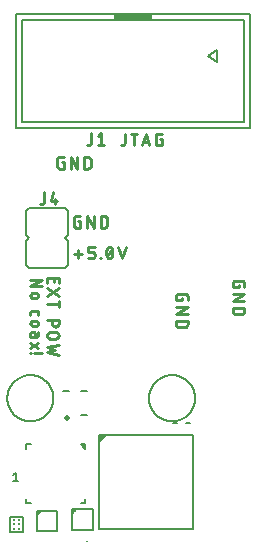
<source format=gto>
G75*
%MOIN*%
%OFA0B0*%
%FSLAX25Y25*%
%IPPOS*%
%LPD*%
%AMOC8*
5,1,8,0,0,1.08239X$1,22.5*
%
%ADD10C,0.00787*%
%ADD11C,0.00600*%
%ADD12C,0.00900*%
%ADD13C,0.00500*%
%ADD14C,0.01969*%
%ADD15R,0.12000X0.02000*%
%ADD16C,0.01197*%
D10*
X0166691Y0119457D02*
X0166693Y0119646D01*
X0166700Y0119834D01*
X0166712Y0120022D01*
X0166728Y0120210D01*
X0166749Y0120398D01*
X0166774Y0120585D01*
X0166804Y0120771D01*
X0166839Y0120957D01*
X0166878Y0121141D01*
X0166921Y0121325D01*
X0166969Y0121507D01*
X0167022Y0121688D01*
X0167079Y0121868D01*
X0167140Y0122047D01*
X0167206Y0122224D01*
X0167276Y0122399D01*
X0167350Y0122572D01*
X0167429Y0122744D01*
X0167512Y0122913D01*
X0167599Y0123081D01*
X0167690Y0123246D01*
X0167785Y0123409D01*
X0167884Y0123570D01*
X0167986Y0123728D01*
X0168093Y0123883D01*
X0168204Y0124036D01*
X0168318Y0124186D01*
X0168436Y0124334D01*
X0168557Y0124478D01*
X0168682Y0124619D01*
X0168811Y0124757D01*
X0168942Y0124893D01*
X0169078Y0125024D01*
X0169216Y0125153D01*
X0169357Y0125278D01*
X0169501Y0125399D01*
X0169649Y0125517D01*
X0169799Y0125631D01*
X0169952Y0125742D01*
X0170107Y0125849D01*
X0170265Y0125951D01*
X0170426Y0126050D01*
X0170589Y0126145D01*
X0170754Y0126236D01*
X0170922Y0126323D01*
X0171091Y0126406D01*
X0171263Y0126485D01*
X0171436Y0126559D01*
X0171611Y0126629D01*
X0171788Y0126695D01*
X0171967Y0126756D01*
X0172147Y0126813D01*
X0172328Y0126866D01*
X0172510Y0126914D01*
X0172694Y0126957D01*
X0172878Y0126996D01*
X0173064Y0127031D01*
X0173250Y0127061D01*
X0173437Y0127086D01*
X0173625Y0127107D01*
X0173813Y0127123D01*
X0174001Y0127135D01*
X0174189Y0127142D01*
X0174378Y0127144D01*
X0174567Y0127142D01*
X0174755Y0127135D01*
X0174943Y0127123D01*
X0175131Y0127107D01*
X0175319Y0127086D01*
X0175506Y0127061D01*
X0175692Y0127031D01*
X0175878Y0126996D01*
X0176062Y0126957D01*
X0176246Y0126914D01*
X0176428Y0126866D01*
X0176609Y0126813D01*
X0176789Y0126756D01*
X0176968Y0126695D01*
X0177145Y0126629D01*
X0177320Y0126559D01*
X0177493Y0126485D01*
X0177665Y0126406D01*
X0177834Y0126323D01*
X0178002Y0126236D01*
X0178167Y0126145D01*
X0178330Y0126050D01*
X0178491Y0125951D01*
X0178649Y0125849D01*
X0178804Y0125742D01*
X0178957Y0125631D01*
X0179107Y0125517D01*
X0179255Y0125399D01*
X0179399Y0125278D01*
X0179540Y0125153D01*
X0179678Y0125024D01*
X0179814Y0124893D01*
X0179945Y0124757D01*
X0180074Y0124619D01*
X0180199Y0124478D01*
X0180320Y0124334D01*
X0180438Y0124186D01*
X0180552Y0124036D01*
X0180663Y0123883D01*
X0180770Y0123728D01*
X0180872Y0123570D01*
X0180971Y0123409D01*
X0181066Y0123246D01*
X0181157Y0123081D01*
X0181244Y0122913D01*
X0181327Y0122744D01*
X0181406Y0122572D01*
X0181480Y0122399D01*
X0181550Y0122224D01*
X0181616Y0122047D01*
X0181677Y0121868D01*
X0181734Y0121688D01*
X0181787Y0121507D01*
X0181835Y0121325D01*
X0181878Y0121141D01*
X0181917Y0120957D01*
X0181952Y0120771D01*
X0181982Y0120585D01*
X0182007Y0120398D01*
X0182028Y0120210D01*
X0182044Y0120022D01*
X0182056Y0119834D01*
X0182063Y0119646D01*
X0182065Y0119457D01*
X0182063Y0119268D01*
X0182056Y0119080D01*
X0182044Y0118892D01*
X0182028Y0118704D01*
X0182007Y0118516D01*
X0181982Y0118329D01*
X0181952Y0118143D01*
X0181917Y0117957D01*
X0181878Y0117773D01*
X0181835Y0117589D01*
X0181787Y0117407D01*
X0181734Y0117226D01*
X0181677Y0117046D01*
X0181616Y0116867D01*
X0181550Y0116690D01*
X0181480Y0116515D01*
X0181406Y0116342D01*
X0181327Y0116170D01*
X0181244Y0116001D01*
X0181157Y0115833D01*
X0181066Y0115668D01*
X0180971Y0115505D01*
X0180872Y0115344D01*
X0180770Y0115186D01*
X0180663Y0115031D01*
X0180552Y0114878D01*
X0180438Y0114728D01*
X0180320Y0114580D01*
X0180199Y0114436D01*
X0180074Y0114295D01*
X0179945Y0114157D01*
X0179814Y0114021D01*
X0179678Y0113890D01*
X0179540Y0113761D01*
X0179399Y0113636D01*
X0179255Y0113515D01*
X0179107Y0113397D01*
X0178957Y0113283D01*
X0178804Y0113172D01*
X0178649Y0113065D01*
X0178491Y0112963D01*
X0178330Y0112864D01*
X0178167Y0112769D01*
X0178002Y0112678D01*
X0177834Y0112591D01*
X0177665Y0112508D01*
X0177493Y0112429D01*
X0177320Y0112355D01*
X0177145Y0112285D01*
X0176968Y0112219D01*
X0176789Y0112158D01*
X0176609Y0112101D01*
X0176428Y0112048D01*
X0176246Y0112000D01*
X0176062Y0111957D01*
X0175878Y0111918D01*
X0175692Y0111883D01*
X0175506Y0111853D01*
X0175319Y0111828D01*
X0175131Y0111807D01*
X0174943Y0111791D01*
X0174755Y0111779D01*
X0174567Y0111772D01*
X0174378Y0111770D01*
X0174189Y0111772D01*
X0174001Y0111779D01*
X0173813Y0111791D01*
X0173625Y0111807D01*
X0173437Y0111828D01*
X0173250Y0111853D01*
X0173064Y0111883D01*
X0172878Y0111918D01*
X0172694Y0111957D01*
X0172510Y0112000D01*
X0172328Y0112048D01*
X0172147Y0112101D01*
X0171967Y0112158D01*
X0171788Y0112219D01*
X0171611Y0112285D01*
X0171436Y0112355D01*
X0171263Y0112429D01*
X0171091Y0112508D01*
X0170922Y0112591D01*
X0170754Y0112678D01*
X0170589Y0112769D01*
X0170426Y0112864D01*
X0170265Y0112963D01*
X0170107Y0113065D01*
X0169952Y0113172D01*
X0169799Y0113283D01*
X0169649Y0113397D01*
X0169501Y0113515D01*
X0169357Y0113636D01*
X0169216Y0113761D01*
X0169078Y0113890D01*
X0168942Y0114021D01*
X0168811Y0114157D01*
X0168682Y0114295D01*
X0168557Y0114436D01*
X0168436Y0114580D01*
X0168318Y0114728D01*
X0168204Y0114878D01*
X0168093Y0115031D01*
X0167986Y0115186D01*
X0167884Y0115344D01*
X0167785Y0115505D01*
X0167690Y0115668D01*
X0167599Y0115833D01*
X0167512Y0116001D01*
X0167429Y0116170D01*
X0167350Y0116342D01*
X0167276Y0116515D01*
X0167206Y0116690D01*
X0167140Y0116867D01*
X0167079Y0117046D01*
X0167022Y0117226D01*
X0166969Y0117407D01*
X0166921Y0117589D01*
X0166878Y0117773D01*
X0166839Y0117957D01*
X0166804Y0118143D01*
X0166774Y0118329D01*
X0166749Y0118516D01*
X0166728Y0118704D01*
X0166712Y0118892D01*
X0166700Y0119080D01*
X0166693Y0119268D01*
X0166691Y0119457D01*
X0213935Y0119457D02*
X0213937Y0119646D01*
X0213944Y0119834D01*
X0213956Y0120022D01*
X0213972Y0120210D01*
X0213993Y0120398D01*
X0214018Y0120585D01*
X0214048Y0120771D01*
X0214083Y0120957D01*
X0214122Y0121141D01*
X0214165Y0121325D01*
X0214213Y0121507D01*
X0214266Y0121688D01*
X0214323Y0121868D01*
X0214384Y0122047D01*
X0214450Y0122224D01*
X0214520Y0122399D01*
X0214594Y0122572D01*
X0214673Y0122744D01*
X0214756Y0122913D01*
X0214843Y0123081D01*
X0214934Y0123246D01*
X0215029Y0123409D01*
X0215128Y0123570D01*
X0215230Y0123728D01*
X0215337Y0123883D01*
X0215448Y0124036D01*
X0215562Y0124186D01*
X0215680Y0124334D01*
X0215801Y0124478D01*
X0215926Y0124619D01*
X0216055Y0124757D01*
X0216186Y0124893D01*
X0216322Y0125024D01*
X0216460Y0125153D01*
X0216601Y0125278D01*
X0216745Y0125399D01*
X0216893Y0125517D01*
X0217043Y0125631D01*
X0217196Y0125742D01*
X0217351Y0125849D01*
X0217509Y0125951D01*
X0217670Y0126050D01*
X0217833Y0126145D01*
X0217998Y0126236D01*
X0218166Y0126323D01*
X0218335Y0126406D01*
X0218507Y0126485D01*
X0218680Y0126559D01*
X0218855Y0126629D01*
X0219032Y0126695D01*
X0219211Y0126756D01*
X0219391Y0126813D01*
X0219572Y0126866D01*
X0219754Y0126914D01*
X0219938Y0126957D01*
X0220122Y0126996D01*
X0220308Y0127031D01*
X0220494Y0127061D01*
X0220681Y0127086D01*
X0220869Y0127107D01*
X0221057Y0127123D01*
X0221245Y0127135D01*
X0221433Y0127142D01*
X0221622Y0127144D01*
X0221811Y0127142D01*
X0221999Y0127135D01*
X0222187Y0127123D01*
X0222375Y0127107D01*
X0222563Y0127086D01*
X0222750Y0127061D01*
X0222936Y0127031D01*
X0223122Y0126996D01*
X0223306Y0126957D01*
X0223490Y0126914D01*
X0223672Y0126866D01*
X0223853Y0126813D01*
X0224033Y0126756D01*
X0224212Y0126695D01*
X0224389Y0126629D01*
X0224564Y0126559D01*
X0224737Y0126485D01*
X0224909Y0126406D01*
X0225078Y0126323D01*
X0225246Y0126236D01*
X0225411Y0126145D01*
X0225574Y0126050D01*
X0225735Y0125951D01*
X0225893Y0125849D01*
X0226048Y0125742D01*
X0226201Y0125631D01*
X0226351Y0125517D01*
X0226499Y0125399D01*
X0226643Y0125278D01*
X0226784Y0125153D01*
X0226922Y0125024D01*
X0227058Y0124893D01*
X0227189Y0124757D01*
X0227318Y0124619D01*
X0227443Y0124478D01*
X0227564Y0124334D01*
X0227682Y0124186D01*
X0227796Y0124036D01*
X0227907Y0123883D01*
X0228014Y0123728D01*
X0228116Y0123570D01*
X0228215Y0123409D01*
X0228310Y0123246D01*
X0228401Y0123081D01*
X0228488Y0122913D01*
X0228571Y0122744D01*
X0228650Y0122572D01*
X0228724Y0122399D01*
X0228794Y0122224D01*
X0228860Y0122047D01*
X0228921Y0121868D01*
X0228978Y0121688D01*
X0229031Y0121507D01*
X0229079Y0121325D01*
X0229122Y0121141D01*
X0229161Y0120957D01*
X0229196Y0120771D01*
X0229226Y0120585D01*
X0229251Y0120398D01*
X0229272Y0120210D01*
X0229288Y0120022D01*
X0229300Y0119834D01*
X0229307Y0119646D01*
X0229309Y0119457D01*
X0229307Y0119268D01*
X0229300Y0119080D01*
X0229288Y0118892D01*
X0229272Y0118704D01*
X0229251Y0118516D01*
X0229226Y0118329D01*
X0229196Y0118143D01*
X0229161Y0117957D01*
X0229122Y0117773D01*
X0229079Y0117589D01*
X0229031Y0117407D01*
X0228978Y0117226D01*
X0228921Y0117046D01*
X0228860Y0116867D01*
X0228794Y0116690D01*
X0228724Y0116515D01*
X0228650Y0116342D01*
X0228571Y0116170D01*
X0228488Y0116001D01*
X0228401Y0115833D01*
X0228310Y0115668D01*
X0228215Y0115505D01*
X0228116Y0115344D01*
X0228014Y0115186D01*
X0227907Y0115031D01*
X0227796Y0114878D01*
X0227682Y0114728D01*
X0227564Y0114580D01*
X0227443Y0114436D01*
X0227318Y0114295D01*
X0227189Y0114157D01*
X0227058Y0114021D01*
X0226922Y0113890D01*
X0226784Y0113761D01*
X0226643Y0113636D01*
X0226499Y0113515D01*
X0226351Y0113397D01*
X0226201Y0113283D01*
X0226048Y0113172D01*
X0225893Y0113065D01*
X0225735Y0112963D01*
X0225574Y0112864D01*
X0225411Y0112769D01*
X0225246Y0112678D01*
X0225078Y0112591D01*
X0224909Y0112508D01*
X0224737Y0112429D01*
X0224564Y0112355D01*
X0224389Y0112285D01*
X0224212Y0112219D01*
X0224033Y0112158D01*
X0223853Y0112101D01*
X0223672Y0112048D01*
X0223490Y0112000D01*
X0223306Y0111957D01*
X0223122Y0111918D01*
X0222936Y0111883D01*
X0222750Y0111853D01*
X0222563Y0111828D01*
X0222375Y0111807D01*
X0222187Y0111791D01*
X0221999Y0111779D01*
X0221811Y0111772D01*
X0221622Y0111770D01*
X0221433Y0111772D01*
X0221245Y0111779D01*
X0221057Y0111791D01*
X0220869Y0111807D01*
X0220681Y0111828D01*
X0220494Y0111853D01*
X0220308Y0111883D01*
X0220122Y0111918D01*
X0219938Y0111957D01*
X0219754Y0112000D01*
X0219572Y0112048D01*
X0219391Y0112101D01*
X0219211Y0112158D01*
X0219032Y0112219D01*
X0218855Y0112285D01*
X0218680Y0112355D01*
X0218507Y0112429D01*
X0218335Y0112508D01*
X0218166Y0112591D01*
X0217998Y0112678D01*
X0217833Y0112769D01*
X0217670Y0112864D01*
X0217509Y0112963D01*
X0217351Y0113065D01*
X0217196Y0113172D01*
X0217043Y0113283D01*
X0216893Y0113397D01*
X0216745Y0113515D01*
X0216601Y0113636D01*
X0216460Y0113761D01*
X0216322Y0113890D01*
X0216186Y0114021D01*
X0216055Y0114157D01*
X0215926Y0114295D01*
X0215801Y0114436D01*
X0215680Y0114580D01*
X0215562Y0114728D01*
X0215448Y0114878D01*
X0215337Y0115031D01*
X0215230Y0115186D01*
X0215128Y0115344D01*
X0215029Y0115505D01*
X0214934Y0115668D01*
X0214843Y0115833D01*
X0214756Y0116001D01*
X0214673Y0116170D01*
X0214594Y0116342D01*
X0214520Y0116515D01*
X0214450Y0116690D01*
X0214384Y0116867D01*
X0214323Y0117046D01*
X0214266Y0117226D01*
X0214213Y0117407D01*
X0214165Y0117589D01*
X0214122Y0117773D01*
X0214083Y0117957D01*
X0214048Y0118143D01*
X0214018Y0118329D01*
X0213993Y0118516D01*
X0213972Y0118704D01*
X0213956Y0118892D01*
X0213944Y0119080D01*
X0213937Y0119268D01*
X0213935Y0119457D01*
D11*
X0169457Y0094472D02*
X0169457Y0091922D01*
X0168749Y0091922D02*
X0170165Y0091922D01*
X0168749Y0093905D02*
X0169457Y0094472D01*
X0173890Y0162882D02*
X0172890Y0163882D01*
X0172890Y0171882D01*
X0173890Y0172882D01*
X0172890Y0173882D01*
X0172890Y0181882D01*
X0173890Y0182882D01*
X0185890Y0182882D01*
X0186890Y0181882D01*
X0186890Y0173882D01*
X0185890Y0172882D01*
X0186890Y0171882D01*
X0186890Y0163882D01*
X0185890Y0162882D01*
X0173890Y0162882D01*
D12*
X0174403Y0158829D02*
X0178228Y0158829D01*
X0174403Y0156704D01*
X0178228Y0156704D01*
X0179978Y0156089D02*
X0183802Y0153540D01*
X0183802Y0151908D02*
X0183802Y0149784D01*
X0183802Y0150846D02*
X0179978Y0150846D01*
X0179978Y0153540D02*
X0183802Y0156089D01*
X0183802Y0157706D02*
X0183802Y0159406D01*
X0179978Y0159406D01*
X0179978Y0157706D01*
X0182103Y0158131D02*
X0182103Y0159406D01*
X0176103Y0154506D02*
X0175253Y0154506D01*
X0175196Y0154504D01*
X0175140Y0154498D01*
X0175084Y0154489D01*
X0175028Y0154476D01*
X0174974Y0154459D01*
X0174921Y0154439D01*
X0174870Y0154415D01*
X0174820Y0154387D01*
X0174772Y0154357D01*
X0174726Y0154323D01*
X0174683Y0154286D01*
X0174642Y0154247D01*
X0174604Y0154205D01*
X0174569Y0154160D01*
X0174537Y0154113D01*
X0174508Y0154064D01*
X0174482Y0154014D01*
X0174460Y0153961D01*
X0174441Y0153908D01*
X0174426Y0153853D01*
X0174415Y0153797D01*
X0174407Y0153741D01*
X0174403Y0153684D01*
X0174403Y0153628D01*
X0174407Y0153571D01*
X0174415Y0153515D01*
X0174426Y0153459D01*
X0174441Y0153404D01*
X0174460Y0153351D01*
X0174482Y0153298D01*
X0174508Y0153248D01*
X0174537Y0153199D01*
X0174569Y0153152D01*
X0174604Y0153107D01*
X0174642Y0153065D01*
X0174683Y0153026D01*
X0174726Y0152989D01*
X0174772Y0152955D01*
X0174820Y0152925D01*
X0174870Y0152897D01*
X0174921Y0152873D01*
X0174974Y0152853D01*
X0175028Y0152836D01*
X0175084Y0152823D01*
X0175140Y0152814D01*
X0175196Y0152808D01*
X0175253Y0152806D01*
X0176103Y0152806D01*
X0176160Y0152808D01*
X0176216Y0152814D01*
X0176272Y0152823D01*
X0176328Y0152836D01*
X0176382Y0152853D01*
X0176435Y0152873D01*
X0176486Y0152897D01*
X0176536Y0152925D01*
X0176584Y0152955D01*
X0176630Y0152989D01*
X0176673Y0153026D01*
X0176714Y0153065D01*
X0176752Y0153107D01*
X0176787Y0153152D01*
X0176819Y0153199D01*
X0176848Y0153248D01*
X0176874Y0153298D01*
X0176896Y0153351D01*
X0176915Y0153404D01*
X0176930Y0153459D01*
X0176941Y0153515D01*
X0176949Y0153571D01*
X0176953Y0153628D01*
X0176953Y0153684D01*
X0176949Y0153741D01*
X0176941Y0153797D01*
X0176930Y0153853D01*
X0176915Y0153908D01*
X0176896Y0153961D01*
X0176874Y0154014D01*
X0176848Y0154064D01*
X0176819Y0154113D01*
X0176787Y0154160D01*
X0176752Y0154205D01*
X0176714Y0154247D01*
X0176673Y0154286D01*
X0176630Y0154323D01*
X0176584Y0154357D01*
X0176536Y0154387D01*
X0176486Y0154415D01*
X0176435Y0154439D01*
X0176382Y0154459D01*
X0176328Y0154476D01*
X0176272Y0154489D01*
X0176216Y0154498D01*
X0176160Y0154504D01*
X0176103Y0154506D01*
X0176315Y0148545D02*
X0175041Y0148545D01*
X0174993Y0148543D01*
X0174946Y0148538D01*
X0174899Y0148529D01*
X0174853Y0148517D01*
X0174808Y0148501D01*
X0174765Y0148482D01*
X0174723Y0148460D01*
X0174682Y0148434D01*
X0174644Y0148406D01*
X0174608Y0148375D01*
X0174574Y0148341D01*
X0174543Y0148305D01*
X0174515Y0148267D01*
X0174489Y0148227D01*
X0174467Y0148184D01*
X0174448Y0148141D01*
X0174432Y0148096D01*
X0174420Y0148050D01*
X0174411Y0148003D01*
X0174406Y0147956D01*
X0174404Y0147908D01*
X0174403Y0147908D02*
X0174403Y0147058D01*
X0175253Y0145293D02*
X0176103Y0145293D01*
X0176103Y0145294D02*
X0176160Y0145292D01*
X0176216Y0145286D01*
X0176272Y0145277D01*
X0176328Y0145264D01*
X0176382Y0145247D01*
X0176435Y0145227D01*
X0176486Y0145203D01*
X0176536Y0145175D01*
X0176584Y0145145D01*
X0176630Y0145111D01*
X0176673Y0145074D01*
X0176714Y0145035D01*
X0176752Y0144993D01*
X0176787Y0144948D01*
X0176819Y0144901D01*
X0176848Y0144852D01*
X0176874Y0144802D01*
X0176896Y0144749D01*
X0176915Y0144696D01*
X0176930Y0144641D01*
X0176941Y0144585D01*
X0176949Y0144529D01*
X0176953Y0144472D01*
X0176953Y0144416D01*
X0176949Y0144359D01*
X0176941Y0144303D01*
X0176930Y0144247D01*
X0176915Y0144192D01*
X0176896Y0144139D01*
X0176874Y0144086D01*
X0176848Y0144036D01*
X0176819Y0143987D01*
X0176787Y0143940D01*
X0176752Y0143895D01*
X0176714Y0143853D01*
X0176673Y0143814D01*
X0176630Y0143777D01*
X0176584Y0143743D01*
X0176536Y0143713D01*
X0176486Y0143685D01*
X0176435Y0143661D01*
X0176382Y0143641D01*
X0176328Y0143624D01*
X0176272Y0143611D01*
X0176216Y0143602D01*
X0176160Y0143596D01*
X0176103Y0143594D01*
X0175253Y0143594D01*
X0175196Y0143596D01*
X0175140Y0143602D01*
X0175084Y0143611D01*
X0175028Y0143624D01*
X0174974Y0143641D01*
X0174921Y0143661D01*
X0174870Y0143685D01*
X0174820Y0143713D01*
X0174772Y0143743D01*
X0174726Y0143777D01*
X0174683Y0143814D01*
X0174642Y0143853D01*
X0174604Y0143895D01*
X0174569Y0143940D01*
X0174537Y0143987D01*
X0174508Y0144036D01*
X0174482Y0144086D01*
X0174460Y0144139D01*
X0174441Y0144192D01*
X0174426Y0144247D01*
X0174415Y0144303D01*
X0174407Y0144359D01*
X0174403Y0144416D01*
X0174403Y0144472D01*
X0174407Y0144529D01*
X0174415Y0144585D01*
X0174426Y0144641D01*
X0174441Y0144696D01*
X0174460Y0144749D01*
X0174482Y0144802D01*
X0174508Y0144852D01*
X0174537Y0144901D01*
X0174569Y0144948D01*
X0174604Y0144993D01*
X0174642Y0145035D01*
X0174683Y0145074D01*
X0174726Y0145111D01*
X0174772Y0145145D01*
X0174820Y0145175D01*
X0174870Y0145203D01*
X0174921Y0145227D01*
X0174974Y0145247D01*
X0175028Y0145264D01*
X0175084Y0145277D01*
X0175140Y0145286D01*
X0175196Y0145292D01*
X0175253Y0145294D01*
X0176953Y0147058D02*
X0176953Y0147908D01*
X0176952Y0147908D02*
X0176950Y0147956D01*
X0176945Y0148003D01*
X0176936Y0148050D01*
X0176924Y0148096D01*
X0176908Y0148141D01*
X0176889Y0148184D01*
X0176867Y0148227D01*
X0176841Y0148267D01*
X0176813Y0148305D01*
X0176782Y0148341D01*
X0176748Y0148375D01*
X0176712Y0148406D01*
X0176674Y0148434D01*
X0176634Y0148460D01*
X0176591Y0148482D01*
X0176548Y0148501D01*
X0176503Y0148517D01*
X0176457Y0148529D01*
X0176410Y0148538D01*
X0176363Y0148543D01*
X0176315Y0148545D01*
X0179978Y0145424D02*
X0183802Y0145424D01*
X0183802Y0144361D01*
X0183800Y0144297D01*
X0183794Y0144233D01*
X0183785Y0144170D01*
X0183771Y0144107D01*
X0183754Y0144045D01*
X0183733Y0143984D01*
X0183708Y0143925D01*
X0183680Y0143867D01*
X0183649Y0143812D01*
X0183614Y0143758D01*
X0183576Y0143706D01*
X0183535Y0143657D01*
X0183491Y0143610D01*
X0183444Y0143566D01*
X0183395Y0143525D01*
X0183343Y0143487D01*
X0183289Y0143452D01*
X0183234Y0143421D01*
X0183176Y0143393D01*
X0183117Y0143368D01*
X0183056Y0143347D01*
X0182994Y0143330D01*
X0182931Y0143316D01*
X0182868Y0143307D01*
X0182804Y0143301D01*
X0182740Y0143299D01*
X0182676Y0143301D01*
X0182612Y0143307D01*
X0182549Y0143316D01*
X0182486Y0143330D01*
X0182424Y0143347D01*
X0182363Y0143368D01*
X0182304Y0143393D01*
X0182246Y0143421D01*
X0182191Y0143452D01*
X0182137Y0143487D01*
X0182085Y0143525D01*
X0182036Y0143566D01*
X0181989Y0143610D01*
X0181945Y0143657D01*
X0181904Y0143706D01*
X0181866Y0143758D01*
X0181831Y0143812D01*
X0181800Y0143867D01*
X0181772Y0143925D01*
X0181747Y0143984D01*
X0181726Y0144045D01*
X0181709Y0144107D01*
X0181695Y0144170D01*
X0181686Y0144233D01*
X0181680Y0144297D01*
X0181678Y0144361D01*
X0181678Y0145424D01*
X0181040Y0141420D02*
X0182740Y0141420D01*
X0182804Y0141418D01*
X0182868Y0141412D01*
X0182931Y0141403D01*
X0182994Y0141389D01*
X0183056Y0141372D01*
X0183117Y0141351D01*
X0183176Y0141326D01*
X0183234Y0141298D01*
X0183289Y0141267D01*
X0183343Y0141232D01*
X0183395Y0141194D01*
X0183444Y0141153D01*
X0183491Y0141109D01*
X0183535Y0141062D01*
X0183576Y0141013D01*
X0183614Y0140961D01*
X0183649Y0140907D01*
X0183680Y0140852D01*
X0183708Y0140794D01*
X0183733Y0140735D01*
X0183754Y0140674D01*
X0183771Y0140612D01*
X0183785Y0140549D01*
X0183794Y0140486D01*
X0183800Y0140422D01*
X0183802Y0140358D01*
X0183800Y0140294D01*
X0183794Y0140230D01*
X0183785Y0140167D01*
X0183771Y0140104D01*
X0183754Y0140042D01*
X0183733Y0139981D01*
X0183708Y0139922D01*
X0183680Y0139864D01*
X0183649Y0139809D01*
X0183614Y0139755D01*
X0183576Y0139703D01*
X0183535Y0139654D01*
X0183491Y0139607D01*
X0183444Y0139563D01*
X0183395Y0139522D01*
X0183343Y0139484D01*
X0183289Y0139449D01*
X0183234Y0139418D01*
X0183176Y0139390D01*
X0183117Y0139365D01*
X0183056Y0139344D01*
X0182994Y0139327D01*
X0182931Y0139313D01*
X0182868Y0139304D01*
X0182804Y0139298D01*
X0182740Y0139296D01*
X0182740Y0139295D02*
X0181040Y0139295D01*
X0181040Y0139296D02*
X0180976Y0139298D01*
X0180912Y0139304D01*
X0180849Y0139313D01*
X0180786Y0139327D01*
X0180724Y0139344D01*
X0180663Y0139365D01*
X0180604Y0139390D01*
X0180546Y0139418D01*
X0180491Y0139449D01*
X0180437Y0139484D01*
X0180385Y0139522D01*
X0180336Y0139563D01*
X0180289Y0139607D01*
X0180245Y0139654D01*
X0180204Y0139703D01*
X0180166Y0139755D01*
X0180131Y0139809D01*
X0180100Y0139864D01*
X0180072Y0139922D01*
X0180047Y0139981D01*
X0180026Y0140042D01*
X0180009Y0140104D01*
X0179995Y0140167D01*
X0179986Y0140230D01*
X0179980Y0140294D01*
X0179978Y0140358D01*
X0179980Y0140422D01*
X0179986Y0140486D01*
X0179995Y0140549D01*
X0180009Y0140612D01*
X0180026Y0140674D01*
X0180047Y0140735D01*
X0180072Y0140794D01*
X0180100Y0140852D01*
X0180131Y0140907D01*
X0180166Y0140961D01*
X0180204Y0141013D01*
X0180245Y0141062D01*
X0180289Y0141109D01*
X0180336Y0141153D01*
X0180385Y0141194D01*
X0180437Y0141232D01*
X0180491Y0141267D01*
X0180546Y0141298D01*
X0180604Y0141326D01*
X0180663Y0141351D01*
X0180724Y0141372D01*
X0180786Y0141389D01*
X0180849Y0141403D01*
X0180912Y0141412D01*
X0180976Y0141418D01*
X0181040Y0141420D01*
X0176953Y0141433D02*
X0176953Y0140583D01*
X0176952Y0140583D02*
X0176950Y0140535D01*
X0176945Y0140488D01*
X0176936Y0140441D01*
X0176924Y0140395D01*
X0176908Y0140350D01*
X0176889Y0140307D01*
X0176867Y0140265D01*
X0176841Y0140224D01*
X0176813Y0140186D01*
X0176782Y0140150D01*
X0176748Y0140116D01*
X0176712Y0140085D01*
X0176674Y0140057D01*
X0176634Y0140031D01*
X0176591Y0140009D01*
X0176548Y0139990D01*
X0176503Y0139974D01*
X0176457Y0139962D01*
X0176410Y0139953D01*
X0176363Y0139948D01*
X0176315Y0139946D01*
X0174403Y0139946D01*
X0174403Y0140902D01*
X0174405Y0140955D01*
X0174411Y0141008D01*
X0174420Y0141060D01*
X0174433Y0141112D01*
X0174450Y0141162D01*
X0174470Y0141211D01*
X0174494Y0141259D01*
X0174521Y0141304D01*
X0174551Y0141348D01*
X0174585Y0141389D01*
X0174621Y0141428D01*
X0174660Y0141464D01*
X0174701Y0141498D01*
X0174745Y0141528D01*
X0174790Y0141555D01*
X0174838Y0141579D01*
X0174887Y0141599D01*
X0174937Y0141616D01*
X0174989Y0141629D01*
X0175041Y0141638D01*
X0175094Y0141644D01*
X0175147Y0141646D01*
X0175200Y0141644D01*
X0175253Y0141638D01*
X0175305Y0141629D01*
X0175357Y0141616D01*
X0175407Y0141599D01*
X0175456Y0141579D01*
X0175504Y0141555D01*
X0175549Y0141528D01*
X0175593Y0141498D01*
X0175634Y0141464D01*
X0175673Y0141428D01*
X0175709Y0141389D01*
X0175743Y0141348D01*
X0175773Y0141304D01*
X0175800Y0141259D01*
X0175824Y0141211D01*
X0175844Y0141162D01*
X0175861Y0141112D01*
X0175874Y0141060D01*
X0175883Y0141008D01*
X0175889Y0140955D01*
X0175891Y0140902D01*
X0175890Y0140902D02*
X0175890Y0139946D01*
X0176953Y0137923D02*
X0174403Y0136224D01*
X0174403Y0134629D02*
X0174403Y0134416D01*
X0174616Y0134416D01*
X0174616Y0134629D01*
X0174403Y0134629D01*
X0175678Y0134522D02*
X0178228Y0134522D01*
X0179978Y0134689D02*
X0183802Y0133839D01*
X0182528Y0135539D02*
X0179978Y0134689D01*
X0179978Y0136389D02*
X0182528Y0135539D01*
X0183802Y0137239D02*
X0179978Y0136389D01*
X0176953Y0136224D02*
X0174403Y0137923D01*
X0190197Y0166261D02*
X0190197Y0168811D01*
X0188922Y0167536D02*
X0191472Y0167536D01*
X0193670Y0168173D02*
X0193670Y0169873D01*
X0195795Y0169873D01*
X0194945Y0168173D02*
X0193670Y0168173D01*
X0194945Y0168174D02*
X0195001Y0168172D01*
X0195056Y0168167D01*
X0195111Y0168158D01*
X0195165Y0168145D01*
X0195218Y0168129D01*
X0195270Y0168109D01*
X0195321Y0168086D01*
X0195370Y0168060D01*
X0195417Y0168031D01*
X0195462Y0167998D01*
X0195505Y0167963D01*
X0195546Y0167925D01*
X0195584Y0167884D01*
X0195619Y0167841D01*
X0195652Y0167796D01*
X0195681Y0167749D01*
X0195707Y0167700D01*
X0195730Y0167649D01*
X0195750Y0167597D01*
X0195766Y0167544D01*
X0195779Y0167490D01*
X0195788Y0167435D01*
X0195793Y0167380D01*
X0195795Y0167324D01*
X0195795Y0166899D01*
X0195793Y0166843D01*
X0195788Y0166788D01*
X0195779Y0166733D01*
X0195766Y0166679D01*
X0195750Y0166626D01*
X0195730Y0166574D01*
X0195707Y0166523D01*
X0195681Y0166474D01*
X0195652Y0166427D01*
X0195619Y0166382D01*
X0195584Y0166339D01*
X0195546Y0166298D01*
X0195505Y0166260D01*
X0195462Y0166225D01*
X0195417Y0166192D01*
X0195370Y0166163D01*
X0195321Y0166137D01*
X0195270Y0166114D01*
X0195218Y0166094D01*
X0195165Y0166078D01*
X0195111Y0166065D01*
X0195056Y0166056D01*
X0195001Y0166051D01*
X0194945Y0166049D01*
X0193670Y0166049D01*
X0197603Y0166049D02*
X0197815Y0166049D01*
X0197815Y0166261D01*
X0197603Y0166261D01*
X0197603Y0166049D01*
X0201429Y0166580D02*
X0201476Y0166679D01*
X0201519Y0166781D01*
X0201558Y0166883D01*
X0201594Y0166987D01*
X0201626Y0167093D01*
X0201654Y0167199D01*
X0201679Y0167306D01*
X0201700Y0167414D01*
X0201717Y0167523D01*
X0201731Y0167632D01*
X0201740Y0167741D01*
X0201746Y0167851D01*
X0201748Y0167961D01*
X0199623Y0167961D02*
X0199625Y0168071D01*
X0199631Y0168181D01*
X0199640Y0168290D01*
X0199654Y0168399D01*
X0199671Y0168508D01*
X0199692Y0168616D01*
X0199717Y0168723D01*
X0199745Y0168829D01*
X0199777Y0168935D01*
X0199813Y0169039D01*
X0199852Y0169141D01*
X0199895Y0169243D01*
X0199942Y0169342D01*
X0199941Y0169342D02*
X0199961Y0169392D01*
X0199984Y0169442D01*
X0200010Y0169489D01*
X0200039Y0169535D01*
X0200071Y0169578D01*
X0200107Y0169619D01*
X0200145Y0169658D01*
X0200185Y0169694D01*
X0200228Y0169727D01*
X0200273Y0169757D01*
X0200320Y0169783D01*
X0200369Y0169807D01*
X0200419Y0169827D01*
X0200471Y0169843D01*
X0200524Y0169856D01*
X0200577Y0169866D01*
X0200631Y0169871D01*
X0200685Y0169873D01*
X0200739Y0169871D01*
X0200793Y0169866D01*
X0200846Y0169856D01*
X0200899Y0169843D01*
X0200951Y0169827D01*
X0201001Y0169807D01*
X0201050Y0169783D01*
X0201097Y0169757D01*
X0201142Y0169727D01*
X0201185Y0169694D01*
X0201225Y0169658D01*
X0201263Y0169619D01*
X0201299Y0169578D01*
X0201331Y0169535D01*
X0201360Y0169489D01*
X0201386Y0169442D01*
X0201409Y0169393D01*
X0201429Y0169342D01*
X0201535Y0169023D02*
X0199836Y0166899D01*
X0200685Y0166049D02*
X0200739Y0166051D01*
X0200793Y0166056D01*
X0200846Y0166066D01*
X0200899Y0166079D01*
X0200951Y0166095D01*
X0201001Y0166115D01*
X0201050Y0166139D01*
X0201097Y0166165D01*
X0201142Y0166195D01*
X0201185Y0166228D01*
X0201225Y0166264D01*
X0201263Y0166303D01*
X0201299Y0166344D01*
X0201331Y0166387D01*
X0201360Y0166433D01*
X0201386Y0166480D01*
X0201409Y0166529D01*
X0201429Y0166580D01*
X0200685Y0166049D02*
X0200631Y0166051D01*
X0200577Y0166056D01*
X0200524Y0166066D01*
X0200471Y0166079D01*
X0200419Y0166095D01*
X0200369Y0166115D01*
X0200320Y0166139D01*
X0200273Y0166165D01*
X0200228Y0166195D01*
X0200185Y0166228D01*
X0200145Y0166264D01*
X0200107Y0166303D01*
X0200071Y0166344D01*
X0200039Y0166387D01*
X0200010Y0166433D01*
X0199984Y0166480D01*
X0199961Y0166529D01*
X0199941Y0166580D01*
X0201748Y0167961D02*
X0201746Y0168071D01*
X0201740Y0168181D01*
X0201731Y0168290D01*
X0201717Y0168399D01*
X0201700Y0168508D01*
X0201679Y0168616D01*
X0201654Y0168723D01*
X0201626Y0168829D01*
X0201594Y0168935D01*
X0201558Y0169039D01*
X0201519Y0169141D01*
X0201476Y0169243D01*
X0201429Y0169342D01*
X0199623Y0167961D02*
X0199625Y0167851D01*
X0199631Y0167741D01*
X0199640Y0167632D01*
X0199654Y0167523D01*
X0199671Y0167414D01*
X0199692Y0167306D01*
X0199717Y0167199D01*
X0199745Y0167093D01*
X0199777Y0166987D01*
X0199813Y0166883D01*
X0199852Y0166781D01*
X0199895Y0166679D01*
X0199942Y0166580D01*
X0203663Y0169873D02*
X0204937Y0166049D01*
X0206212Y0169873D01*
X0198953Y0176285D02*
X0197891Y0176285D01*
X0197891Y0180109D01*
X0198953Y0180109D01*
X0199017Y0180107D01*
X0199081Y0180101D01*
X0199144Y0180092D01*
X0199207Y0180078D01*
X0199269Y0180061D01*
X0199330Y0180040D01*
X0199389Y0180015D01*
X0199447Y0179987D01*
X0199502Y0179956D01*
X0199556Y0179921D01*
X0199608Y0179883D01*
X0199657Y0179842D01*
X0199704Y0179798D01*
X0199748Y0179751D01*
X0199789Y0179702D01*
X0199827Y0179650D01*
X0199862Y0179596D01*
X0199893Y0179541D01*
X0199921Y0179483D01*
X0199946Y0179424D01*
X0199967Y0179363D01*
X0199984Y0179301D01*
X0199998Y0179238D01*
X0200007Y0179175D01*
X0200013Y0179111D01*
X0200015Y0179047D01*
X0200015Y0177347D01*
X0200013Y0177283D01*
X0200007Y0177219D01*
X0199998Y0177156D01*
X0199984Y0177093D01*
X0199967Y0177031D01*
X0199946Y0176970D01*
X0199921Y0176911D01*
X0199893Y0176853D01*
X0199862Y0176798D01*
X0199827Y0176744D01*
X0199789Y0176692D01*
X0199748Y0176643D01*
X0199704Y0176596D01*
X0199657Y0176552D01*
X0199608Y0176511D01*
X0199556Y0176473D01*
X0199502Y0176438D01*
X0199447Y0176407D01*
X0199389Y0176379D01*
X0199330Y0176354D01*
X0199269Y0176333D01*
X0199207Y0176316D01*
X0199144Y0176302D01*
X0199081Y0176293D01*
X0199017Y0176287D01*
X0198953Y0176285D01*
X0195480Y0176285D02*
X0195480Y0180109D01*
X0193355Y0180109D02*
X0193355Y0176285D01*
X0195480Y0176285D02*
X0193355Y0180109D01*
X0190945Y0180109D02*
X0189670Y0180109D01*
X0189670Y0180110D02*
X0189612Y0180108D01*
X0189554Y0180102D01*
X0189497Y0180092D01*
X0189441Y0180078D01*
X0189385Y0180061D01*
X0189331Y0180040D01*
X0189279Y0180015D01*
X0189228Y0179986D01*
X0189180Y0179954D01*
X0189134Y0179919D01*
X0189090Y0179881D01*
X0189049Y0179840D01*
X0189011Y0179796D01*
X0188976Y0179750D01*
X0188944Y0179702D01*
X0188915Y0179651D01*
X0188890Y0179599D01*
X0188869Y0179545D01*
X0188852Y0179489D01*
X0188838Y0179433D01*
X0188828Y0179376D01*
X0188822Y0179318D01*
X0188820Y0179260D01*
X0188820Y0177135D01*
X0188822Y0177079D01*
X0188827Y0177024D01*
X0188836Y0176969D01*
X0188849Y0176915D01*
X0188865Y0176862D01*
X0188885Y0176810D01*
X0188908Y0176759D01*
X0188934Y0176710D01*
X0188963Y0176663D01*
X0188996Y0176618D01*
X0189031Y0176575D01*
X0189069Y0176534D01*
X0189110Y0176496D01*
X0189153Y0176461D01*
X0189198Y0176428D01*
X0189245Y0176399D01*
X0189294Y0176373D01*
X0189345Y0176350D01*
X0189397Y0176330D01*
X0189450Y0176314D01*
X0189504Y0176301D01*
X0189559Y0176292D01*
X0189614Y0176287D01*
X0189670Y0176285D01*
X0190945Y0176285D01*
X0190945Y0178410D01*
X0190307Y0178410D01*
X0182704Y0184238D02*
X0182704Y0185938D01*
X0183342Y0185088D02*
X0181217Y0185088D01*
X0182067Y0188062D01*
X0178977Y0188062D02*
X0178977Y0185088D01*
X0178975Y0185032D01*
X0178970Y0184977D01*
X0178961Y0184922D01*
X0178948Y0184868D01*
X0178932Y0184815D01*
X0178912Y0184763D01*
X0178889Y0184712D01*
X0178863Y0184663D01*
X0178834Y0184616D01*
X0178801Y0184571D01*
X0178766Y0184528D01*
X0178728Y0184487D01*
X0178687Y0184449D01*
X0178644Y0184414D01*
X0178599Y0184381D01*
X0178552Y0184352D01*
X0178503Y0184326D01*
X0178452Y0184303D01*
X0178400Y0184283D01*
X0178347Y0184267D01*
X0178293Y0184254D01*
X0178238Y0184245D01*
X0178183Y0184240D01*
X0178127Y0184238D01*
X0177702Y0184238D01*
X0184158Y0195970D02*
X0185433Y0195970D01*
X0185433Y0198095D01*
X0184795Y0198095D01*
X0183308Y0198945D02*
X0183310Y0199003D01*
X0183316Y0199061D01*
X0183326Y0199118D01*
X0183340Y0199174D01*
X0183357Y0199230D01*
X0183378Y0199284D01*
X0183403Y0199336D01*
X0183432Y0199387D01*
X0183464Y0199435D01*
X0183499Y0199481D01*
X0183537Y0199525D01*
X0183578Y0199566D01*
X0183622Y0199604D01*
X0183668Y0199639D01*
X0183716Y0199671D01*
X0183767Y0199700D01*
X0183819Y0199725D01*
X0183873Y0199746D01*
X0183929Y0199763D01*
X0183985Y0199777D01*
X0184042Y0199787D01*
X0184100Y0199793D01*
X0184158Y0199795D01*
X0184158Y0199794D02*
X0185433Y0199794D01*
X0183308Y0198945D02*
X0183308Y0196820D01*
X0183310Y0196764D01*
X0183315Y0196709D01*
X0183324Y0196654D01*
X0183337Y0196600D01*
X0183353Y0196547D01*
X0183373Y0196495D01*
X0183396Y0196444D01*
X0183422Y0196395D01*
X0183451Y0196348D01*
X0183484Y0196303D01*
X0183519Y0196260D01*
X0183557Y0196219D01*
X0183598Y0196181D01*
X0183641Y0196146D01*
X0183686Y0196113D01*
X0183733Y0196084D01*
X0183782Y0196058D01*
X0183833Y0196035D01*
X0183885Y0196015D01*
X0183938Y0195999D01*
X0183992Y0195986D01*
X0184047Y0195977D01*
X0184102Y0195972D01*
X0184158Y0195970D01*
X0187844Y0195970D02*
X0187844Y0199794D01*
X0189968Y0195970D01*
X0189968Y0199794D01*
X0192379Y0199794D02*
X0192379Y0195970D01*
X0193441Y0195970D01*
X0193505Y0195972D01*
X0193569Y0195978D01*
X0193632Y0195987D01*
X0193695Y0196001D01*
X0193757Y0196018D01*
X0193818Y0196039D01*
X0193877Y0196064D01*
X0193935Y0196092D01*
X0193990Y0196123D01*
X0194044Y0196158D01*
X0194096Y0196196D01*
X0194145Y0196237D01*
X0194192Y0196281D01*
X0194236Y0196328D01*
X0194277Y0196377D01*
X0194315Y0196429D01*
X0194350Y0196483D01*
X0194381Y0196538D01*
X0194409Y0196596D01*
X0194434Y0196655D01*
X0194455Y0196716D01*
X0194472Y0196778D01*
X0194486Y0196841D01*
X0194495Y0196904D01*
X0194501Y0196968D01*
X0194503Y0197032D01*
X0194504Y0197032D02*
X0194504Y0198732D01*
X0194503Y0198732D02*
X0194501Y0198796D01*
X0194495Y0198860D01*
X0194486Y0198923D01*
X0194472Y0198986D01*
X0194455Y0199048D01*
X0194434Y0199109D01*
X0194409Y0199168D01*
X0194381Y0199226D01*
X0194350Y0199281D01*
X0194315Y0199335D01*
X0194277Y0199387D01*
X0194236Y0199436D01*
X0194192Y0199483D01*
X0194145Y0199527D01*
X0194096Y0199568D01*
X0194044Y0199606D01*
X0193990Y0199641D01*
X0193935Y0199672D01*
X0193877Y0199700D01*
X0193818Y0199725D01*
X0193757Y0199746D01*
X0193695Y0199763D01*
X0193632Y0199777D01*
X0193569Y0199786D01*
X0193505Y0199792D01*
X0193441Y0199794D01*
X0192379Y0199794D01*
X0193352Y0203844D02*
X0193777Y0203844D01*
X0193833Y0203846D01*
X0193888Y0203851D01*
X0193943Y0203860D01*
X0193997Y0203873D01*
X0194050Y0203889D01*
X0194102Y0203909D01*
X0194153Y0203932D01*
X0194202Y0203958D01*
X0194249Y0203987D01*
X0194294Y0204020D01*
X0194337Y0204055D01*
X0194378Y0204093D01*
X0194416Y0204134D01*
X0194451Y0204177D01*
X0194484Y0204222D01*
X0194513Y0204269D01*
X0194539Y0204318D01*
X0194562Y0204369D01*
X0194582Y0204421D01*
X0194598Y0204474D01*
X0194611Y0204528D01*
X0194620Y0204583D01*
X0194625Y0204638D01*
X0194627Y0204694D01*
X0194627Y0207669D01*
X0196867Y0206819D02*
X0197929Y0207669D01*
X0197929Y0203844D01*
X0196867Y0203844D02*
X0198991Y0203844D01*
X0204527Y0203765D02*
X0204952Y0203765D01*
X0205008Y0203767D01*
X0205063Y0203772D01*
X0205118Y0203781D01*
X0205172Y0203794D01*
X0205225Y0203810D01*
X0205277Y0203830D01*
X0205328Y0203853D01*
X0205377Y0203879D01*
X0205424Y0203908D01*
X0205469Y0203941D01*
X0205512Y0203976D01*
X0205553Y0204014D01*
X0205591Y0204055D01*
X0205626Y0204098D01*
X0205659Y0204143D01*
X0205688Y0204190D01*
X0205714Y0204239D01*
X0205737Y0204290D01*
X0205757Y0204342D01*
X0205773Y0204395D01*
X0205786Y0204449D01*
X0205795Y0204504D01*
X0205800Y0204559D01*
X0205802Y0204615D01*
X0205802Y0207590D01*
X0207758Y0207590D02*
X0209883Y0207590D01*
X0208821Y0207590D02*
X0208821Y0203765D01*
X0211514Y0203765D02*
X0212789Y0207590D01*
X0214064Y0203765D01*
X0213745Y0204721D02*
X0211833Y0204721D01*
X0216121Y0204615D02*
X0216121Y0206740D01*
X0216120Y0206740D02*
X0216122Y0206798D01*
X0216128Y0206856D01*
X0216138Y0206913D01*
X0216152Y0206969D01*
X0216169Y0207025D01*
X0216190Y0207079D01*
X0216215Y0207131D01*
X0216244Y0207182D01*
X0216276Y0207230D01*
X0216311Y0207276D01*
X0216349Y0207320D01*
X0216390Y0207361D01*
X0216434Y0207399D01*
X0216480Y0207434D01*
X0216528Y0207466D01*
X0216579Y0207495D01*
X0216631Y0207520D01*
X0216685Y0207541D01*
X0216741Y0207558D01*
X0216797Y0207572D01*
X0216854Y0207582D01*
X0216912Y0207588D01*
X0216970Y0207590D01*
X0218245Y0207590D01*
X0218245Y0205890D02*
X0217608Y0205890D01*
X0218245Y0205890D02*
X0218245Y0203765D01*
X0216970Y0203765D01*
X0216914Y0203767D01*
X0216859Y0203772D01*
X0216804Y0203781D01*
X0216750Y0203794D01*
X0216697Y0203810D01*
X0216645Y0203830D01*
X0216594Y0203853D01*
X0216545Y0203879D01*
X0216498Y0203908D01*
X0216453Y0203941D01*
X0216410Y0203976D01*
X0216369Y0204014D01*
X0216331Y0204055D01*
X0216296Y0204098D01*
X0216263Y0204143D01*
X0216234Y0204190D01*
X0216208Y0204239D01*
X0216185Y0204290D01*
X0216165Y0204342D01*
X0216149Y0204395D01*
X0216136Y0204449D01*
X0216127Y0204504D01*
X0216122Y0204559D01*
X0216120Y0204615D01*
X0242686Y0158559D02*
X0244811Y0158559D01*
X0244869Y0158557D01*
X0244927Y0158551D01*
X0244984Y0158541D01*
X0245040Y0158527D01*
X0245096Y0158510D01*
X0245150Y0158489D01*
X0245202Y0158464D01*
X0245253Y0158435D01*
X0245301Y0158403D01*
X0245347Y0158368D01*
X0245391Y0158330D01*
X0245432Y0158289D01*
X0245470Y0158245D01*
X0245505Y0158199D01*
X0245537Y0158151D01*
X0245566Y0158100D01*
X0245591Y0158048D01*
X0245612Y0157994D01*
X0245629Y0157938D01*
X0245643Y0157882D01*
X0245653Y0157825D01*
X0245659Y0157767D01*
X0245661Y0157709D01*
X0245661Y0156434D01*
X0243961Y0156434D02*
X0241836Y0156434D01*
X0241836Y0157709D01*
X0241838Y0157765D01*
X0241843Y0157820D01*
X0241852Y0157875D01*
X0241865Y0157929D01*
X0241881Y0157982D01*
X0241901Y0158034D01*
X0241924Y0158085D01*
X0241950Y0158134D01*
X0241979Y0158181D01*
X0242012Y0158226D01*
X0242047Y0158269D01*
X0242085Y0158310D01*
X0242126Y0158348D01*
X0242169Y0158383D01*
X0242214Y0158416D01*
X0242261Y0158445D01*
X0242310Y0158471D01*
X0242361Y0158494D01*
X0242413Y0158514D01*
X0242466Y0158530D01*
X0242520Y0158543D01*
X0242575Y0158552D01*
X0242630Y0158557D01*
X0242686Y0158559D01*
X0243961Y0157072D02*
X0243961Y0156434D01*
X0245661Y0154023D02*
X0241836Y0154023D01*
X0241836Y0151899D02*
X0245661Y0151899D01*
X0245661Y0154023D02*
X0241836Y0151899D01*
X0241836Y0149488D02*
X0241836Y0148426D01*
X0241836Y0149488D02*
X0245661Y0149488D01*
X0245661Y0148426D01*
X0245660Y0148426D02*
X0245658Y0148362D01*
X0245652Y0148298D01*
X0245643Y0148235D01*
X0245629Y0148172D01*
X0245612Y0148110D01*
X0245591Y0148049D01*
X0245566Y0147990D01*
X0245538Y0147932D01*
X0245507Y0147877D01*
X0245472Y0147823D01*
X0245434Y0147771D01*
X0245393Y0147722D01*
X0245349Y0147675D01*
X0245302Y0147631D01*
X0245253Y0147590D01*
X0245201Y0147552D01*
X0245147Y0147517D01*
X0245092Y0147486D01*
X0245034Y0147458D01*
X0244975Y0147433D01*
X0244914Y0147412D01*
X0244852Y0147395D01*
X0244789Y0147381D01*
X0244726Y0147372D01*
X0244662Y0147366D01*
X0244598Y0147364D01*
X0244598Y0147363D02*
X0242899Y0147363D01*
X0242899Y0147364D02*
X0242835Y0147366D01*
X0242771Y0147372D01*
X0242708Y0147381D01*
X0242645Y0147395D01*
X0242583Y0147412D01*
X0242522Y0147433D01*
X0242463Y0147458D01*
X0242405Y0147486D01*
X0242350Y0147517D01*
X0242296Y0147552D01*
X0242244Y0147590D01*
X0242195Y0147631D01*
X0242148Y0147675D01*
X0242104Y0147722D01*
X0242063Y0147771D01*
X0242025Y0147823D01*
X0241990Y0147877D01*
X0241959Y0147932D01*
X0241931Y0147990D01*
X0241906Y0148049D01*
X0241885Y0148110D01*
X0241868Y0148172D01*
X0241854Y0148235D01*
X0241845Y0148298D01*
X0241839Y0148362D01*
X0241837Y0148426D01*
X0226763Y0147568D02*
X0222939Y0147568D01*
X0226763Y0149693D01*
X0222939Y0149693D01*
X0222939Y0152103D02*
X0222939Y0153378D01*
X0222938Y0153378D02*
X0222940Y0153434D01*
X0222945Y0153489D01*
X0222954Y0153544D01*
X0222967Y0153598D01*
X0222983Y0153651D01*
X0223003Y0153703D01*
X0223026Y0153754D01*
X0223052Y0153803D01*
X0223081Y0153850D01*
X0223114Y0153895D01*
X0223149Y0153938D01*
X0223187Y0153979D01*
X0223228Y0154017D01*
X0223271Y0154052D01*
X0223316Y0154085D01*
X0223363Y0154114D01*
X0223412Y0154140D01*
X0223463Y0154163D01*
X0223515Y0154183D01*
X0223568Y0154199D01*
X0223622Y0154212D01*
X0223677Y0154221D01*
X0223732Y0154226D01*
X0223788Y0154228D01*
X0225913Y0154228D01*
X0225971Y0154226D01*
X0226029Y0154220D01*
X0226086Y0154210D01*
X0226142Y0154196D01*
X0226198Y0154179D01*
X0226252Y0154158D01*
X0226304Y0154133D01*
X0226355Y0154104D01*
X0226403Y0154072D01*
X0226449Y0154037D01*
X0226493Y0153999D01*
X0226534Y0153958D01*
X0226572Y0153914D01*
X0226607Y0153868D01*
X0226639Y0153820D01*
X0226668Y0153769D01*
X0226693Y0153717D01*
X0226714Y0153663D01*
X0226731Y0153607D01*
X0226745Y0153551D01*
X0226755Y0153494D01*
X0226761Y0153436D01*
X0226763Y0153378D01*
X0226763Y0152103D01*
X0225063Y0152103D02*
X0222939Y0152103D01*
X0225063Y0152103D02*
X0225063Y0152741D01*
X0226763Y0145157D02*
X0222939Y0145157D01*
X0222939Y0144095D01*
X0222941Y0144031D01*
X0222947Y0143967D01*
X0222956Y0143904D01*
X0222970Y0143841D01*
X0222987Y0143779D01*
X0223008Y0143718D01*
X0223033Y0143659D01*
X0223061Y0143601D01*
X0223092Y0143546D01*
X0223127Y0143492D01*
X0223165Y0143440D01*
X0223206Y0143391D01*
X0223250Y0143344D01*
X0223297Y0143300D01*
X0223346Y0143259D01*
X0223398Y0143221D01*
X0223452Y0143186D01*
X0223507Y0143155D01*
X0223565Y0143127D01*
X0223624Y0143102D01*
X0223685Y0143081D01*
X0223747Y0143064D01*
X0223810Y0143050D01*
X0223873Y0143041D01*
X0223937Y0143035D01*
X0224001Y0143033D01*
X0225701Y0143033D01*
X0225765Y0143035D01*
X0225829Y0143041D01*
X0225892Y0143050D01*
X0225955Y0143064D01*
X0226017Y0143081D01*
X0226078Y0143102D01*
X0226137Y0143127D01*
X0226195Y0143155D01*
X0226250Y0143186D01*
X0226304Y0143221D01*
X0226356Y0143259D01*
X0226405Y0143300D01*
X0226452Y0143344D01*
X0226496Y0143391D01*
X0226537Y0143440D01*
X0226575Y0143492D01*
X0226610Y0143546D01*
X0226641Y0143601D01*
X0226669Y0143659D01*
X0226694Y0143718D01*
X0226715Y0143779D01*
X0226732Y0143841D01*
X0226746Y0143904D01*
X0226755Y0143967D01*
X0226761Y0144031D01*
X0226763Y0144095D01*
X0226763Y0145157D01*
D13*
X0171859Y0074733D02*
X0167449Y0074733D01*
X0167449Y0079930D01*
X0171859Y0079930D01*
X0171859Y0074733D01*
X0176445Y0075067D02*
X0183335Y0075067D01*
X0183335Y0081957D01*
X0176445Y0081957D01*
X0176445Y0075067D01*
X0176465Y0080559D02*
X0176465Y0081937D01*
X0177843Y0081937D01*
X0176465Y0080559D01*
X0176465Y0080864D02*
X0176769Y0080864D01*
X0176465Y0081362D02*
X0177268Y0081362D01*
X0177766Y0081861D02*
X0176465Y0081861D01*
X0174615Y0084418D02*
X0173040Y0084418D01*
X0173040Y0085993D01*
X0188256Y0082351D02*
X0188256Y0075461D01*
X0195146Y0075461D01*
X0195146Y0082351D01*
X0188256Y0082351D01*
X0188276Y0082331D02*
X0188276Y0080953D01*
X0189654Y0082331D01*
X0188276Y0082331D01*
X0188276Y0081861D02*
X0189184Y0081861D01*
X0188685Y0081362D02*
X0188276Y0081362D01*
X0191150Y0084418D02*
X0192725Y0084418D01*
X0192725Y0085993D01*
X0197213Y0075756D02*
X0228709Y0075756D01*
X0228709Y0107252D01*
X0199575Y0107252D01*
X0197213Y0104890D01*
X0197213Y0075756D01*
X0193276Y0071819D02*
X0193197Y0071819D01*
X0192725Y0102528D02*
X0191150Y0104103D01*
X0192725Y0104103D01*
X0192725Y0102528D01*
X0192725Y0104103D01*
X0191150Y0104103D01*
X0191457Y0103795D02*
X0192725Y0103795D01*
X0192725Y0103297D02*
X0191956Y0103297D01*
X0192454Y0102798D02*
X0192725Y0102798D01*
X0197213Y0104890D02*
X0197213Y0105284D01*
X0199181Y0107252D01*
X0197607Y0107252D01*
X0197213Y0106859D01*
X0197213Y0106465D01*
X0197607Y0106071D01*
X0198394Y0106859D01*
X0197607Y0106859D01*
X0197607Y0106465D01*
X0197213Y0106465D02*
X0197213Y0105284D01*
X0197213Y0106859D02*
X0197213Y0107252D01*
X0197607Y0107252D01*
X0199181Y0107252D02*
X0199575Y0107252D01*
X0193158Y0113945D02*
X0191229Y0113945D01*
X0191189Y0121819D02*
X0193158Y0121819D01*
X0187252Y0121819D02*
X0185284Y0121819D01*
X0174615Y0104103D02*
X0173040Y0104103D01*
X0173040Y0102528D01*
X0222026Y0111033D02*
X0223288Y0111033D01*
X0226356Y0111033D02*
X0227619Y0111033D01*
X0247630Y0209512D02*
X0169630Y0209512D01*
X0169630Y0247512D01*
X0202630Y0247512D01*
X0202630Y0245512D01*
X0171630Y0245512D01*
X0171630Y0211512D01*
X0245630Y0211512D01*
X0245630Y0245512D01*
X0214630Y0245512D01*
X0214630Y0247512D01*
X0202630Y0247512D01*
X0202630Y0245512D02*
X0214630Y0245512D01*
X0214630Y0247512D02*
X0247630Y0247512D01*
X0247630Y0209512D01*
X0236630Y0231512D02*
X0233630Y0233512D01*
X0236630Y0235512D01*
X0236630Y0231512D01*
D14*
X0186515Y0112908D03*
D15*
X0208630Y0246512D03*
D16*
X0170441Y0078906D03*
X0168867Y0078906D03*
X0168867Y0077331D03*
X0170441Y0077331D03*
X0170441Y0075756D03*
X0168867Y0075756D03*
M02*

</source>
